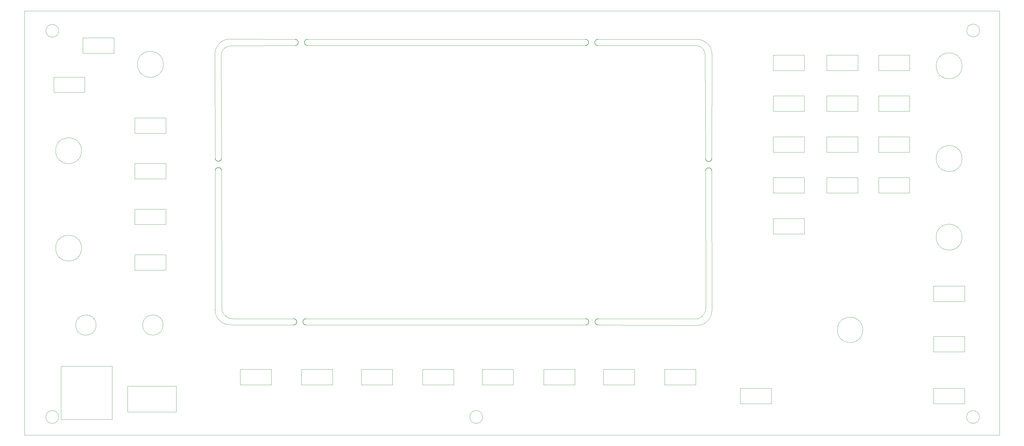
<source format=gm1>
G04 #@! TF.GenerationSoftware,KiCad,Pcbnew,(6.0.0)*
G04 #@! TF.CreationDate,2022-08-19T12:31:47+02:00*
G04 #@! TF.ProjectId,Block Schematic Munin 400,426c6f63-6b20-4536-9368-656d61746963,rev?*
G04 #@! TF.SameCoordinates,Original*
G04 #@! TF.FileFunction,Profile,NP*
%FSLAX46Y46*%
G04 Gerber Fmt 4.6, Leading zero omitted, Abs format (unit mm)*
G04 Created by KiCad (PCBNEW (6.0.0)) date 2022-08-19 12:31:47*
%MOMM*%
%LPD*%
G01*
G04 APERTURE LIST*
G04 #@! TA.AperFunction,Profile*
%ADD10C,0.100000*%
G04 #@! TD*
G04 #@! TA.AperFunction,Profile*
%ADD11C,0.150000*%
G04 #@! TD*
G04 #@! TA.AperFunction,Profile*
%ADD12C,0.120000*%
G04 #@! TD*
G04 APERTURE END LIST*
D10*
X100800000Y-125700000D02*
X81534000Y-125730000D01*
X229002739Y-127872726D02*
G75*
G03*
X233825597Y-123099078I48959J4773648D01*
G01*
X197600000Y-38800000D02*
X228854000Y-38803899D01*
X231800000Y-78700000D02*
X231902000Y-122174000D01*
X233881648Y-41652858D02*
G75*
G03*
X229108000Y-36830000I-4773648J48959D01*
G01*
X105300000Y-36800000D02*
X193600000Y-36800000D01*
X193600000Y-38800000D02*
X105300000Y-38800000D01*
X193700000Y-125700000D02*
X104800000Y-125700000D01*
X231648000Y-41910000D02*
X231654000Y-41603899D01*
X231800000Y-74700000D02*
X231648000Y-41910000D01*
X197700000Y-125700000D02*
X229362000Y-125730000D01*
X80973899Y-38862001D02*
G75*
G03*
X77724000Y-41662000I-2J-3286041D01*
G01*
X77900000Y-78600000D02*
X77978000Y-122936000D01*
X101300000Y-38800000D02*
X80973899Y-38862000D01*
X197600000Y-36800000D02*
X229108000Y-36830000D01*
X197700000Y-127700000D02*
X229002739Y-127872726D01*
X104800000Y-127700000D02*
X193700000Y-127700000D01*
X75900000Y-78600000D02*
X75835274Y-122830739D01*
X101300000Y-36800000D02*
X80623261Y-36719274D01*
X75835274Y-122830739D02*
G75*
G03*
X80608922Y-127653597I4773648J-48959D01*
G01*
X100800000Y-127700000D02*
X80608922Y-127653597D01*
X77978000Y-122936000D02*
G75*
G03*
X81534000Y-125730000I3555998J865907D01*
G01*
X229362000Y-125730000D02*
G75*
G03*
X231902000Y-122174000I-1022614J3415581D01*
G01*
X233800000Y-78700000D02*
X233825597Y-123099078D01*
X77900000Y-74600000D02*
X77724000Y-41662000D01*
X231654000Y-41603899D02*
G75*
G03*
X228854000Y-38803899I-2800000J0D01*
G01*
X233800000Y-74700000D02*
X233881648Y-41652858D01*
X75900000Y-74600000D02*
X75800403Y-41492922D01*
X80623261Y-36719274D02*
G75*
G03*
X75800403Y-41492922I-48959J-4773648D01*
G01*
D11*
X193700000Y-127700000D02*
G75*
G03*
X193700000Y-125700000I0J1000000D01*
G01*
X197700000Y-125700000D02*
G75*
G03*
X197700000Y-127700000I0J-1000000D01*
G01*
X233800000Y-78700000D02*
G75*
G03*
X231800000Y-78700000I-1000000J0D01*
G01*
X231800000Y-74700000D02*
G75*
G03*
X233800000Y-74700000I1000000J0D01*
G01*
D12*
X24520000Y-48810000D02*
X34420000Y-48810000D01*
X34420000Y-48810000D02*
X34420000Y-53710000D01*
X34420000Y-53710000D02*
X24520000Y-53710000D01*
X24520000Y-53710000D02*
X24520000Y-48810000D01*
X122320000Y-141810000D02*
X132220000Y-141810000D01*
X132220000Y-141810000D02*
X132220000Y-146710000D01*
X132220000Y-146710000D02*
X122320000Y-146710000D01*
X122320000Y-146710000D02*
X122320000Y-141810000D01*
X253320000Y-67810000D02*
X263220000Y-67810000D01*
X263220000Y-67810000D02*
X263220000Y-72710000D01*
X263220000Y-72710000D02*
X253320000Y-72710000D01*
X253320000Y-72710000D02*
X253320000Y-67810000D01*
X286820000Y-67810000D02*
X296720000Y-67810000D01*
X296720000Y-67810000D02*
X296720000Y-72710000D01*
X296720000Y-72710000D02*
X286820000Y-72710000D01*
X286820000Y-72710000D02*
X286820000Y-67810000D01*
X270320000Y-54810000D02*
X280220000Y-54810000D01*
X280220000Y-54810000D02*
X280220000Y-59710000D01*
X280220000Y-59710000D02*
X270320000Y-59710000D01*
X270320000Y-59710000D02*
X270320000Y-54810000D01*
X26870000Y-140760000D02*
X43120000Y-140760000D01*
X43120000Y-140760000D02*
X43120000Y-157760000D01*
X43120000Y-157760000D02*
X26870000Y-157760000D01*
X26870000Y-157760000D02*
X26870000Y-140760000D01*
X160820000Y-141810000D02*
X170720000Y-141810000D01*
X170720000Y-141810000D02*
X170720000Y-146710000D01*
X170720000Y-146710000D02*
X160820000Y-146710000D01*
X160820000Y-146710000D02*
X160820000Y-141810000D01*
X50320000Y-105310000D02*
X60220000Y-105310000D01*
X60220000Y-105310000D02*
X60220000Y-110210000D01*
X60220000Y-110210000D02*
X50320000Y-110210000D01*
X50320000Y-110210000D02*
X50320000Y-105310000D01*
X180320000Y-141810000D02*
X190220000Y-141810000D01*
X190220000Y-141810000D02*
X190220000Y-146710000D01*
X190220000Y-146710000D02*
X180320000Y-146710000D01*
X180320000Y-146710000D02*
X180320000Y-141810000D01*
X304320000Y-131310000D02*
X314220000Y-131310000D01*
X314220000Y-131310000D02*
X314220000Y-136210000D01*
X314220000Y-136210000D02*
X304320000Y-136210000D01*
X304320000Y-136210000D02*
X304320000Y-131310000D01*
X304320000Y-115310000D02*
X314220000Y-115310000D01*
X314220000Y-115310000D02*
X314220000Y-120210000D01*
X314220000Y-120210000D02*
X304320000Y-120210000D01*
X304320000Y-120210000D02*
X304320000Y-115310000D01*
X50320000Y-76310000D02*
X60220000Y-76310000D01*
X60220000Y-76310000D02*
X60220000Y-81210000D01*
X60220000Y-81210000D02*
X50320000Y-81210000D01*
X50320000Y-81210000D02*
X50320000Y-76310000D01*
X304320000Y-147810000D02*
X314220000Y-147810000D01*
X314220000Y-147810000D02*
X314220000Y-152710000D01*
X314220000Y-152710000D02*
X304320000Y-152710000D01*
X304320000Y-152710000D02*
X304320000Y-147810000D01*
X141820000Y-141810000D02*
X151720000Y-141810000D01*
X151720000Y-141810000D02*
X151720000Y-146710000D01*
X151720000Y-146710000D02*
X141820000Y-146710000D01*
X141820000Y-146710000D02*
X141820000Y-141810000D01*
X33820000Y-36310000D02*
X43720000Y-36310000D01*
X43720000Y-36310000D02*
X43720000Y-41210000D01*
X43720000Y-41210000D02*
X33820000Y-41210000D01*
X33820000Y-41210000D02*
X33820000Y-36310000D01*
X286820000Y-41810000D02*
X296720000Y-41810000D01*
X296720000Y-41810000D02*
X296720000Y-46710000D01*
X296720000Y-46710000D02*
X286820000Y-46710000D01*
X286820000Y-46710000D02*
X286820000Y-41810000D01*
X242820000Y-147810000D02*
X252720000Y-147810000D01*
X252720000Y-147810000D02*
X252720000Y-152710000D01*
X252720000Y-152710000D02*
X242820000Y-152710000D01*
X242820000Y-152710000D02*
X242820000Y-147810000D01*
X253320000Y-41810000D02*
X263220000Y-41810000D01*
X263220000Y-41810000D02*
X263220000Y-46710000D01*
X263220000Y-46710000D02*
X253320000Y-46710000D01*
X253320000Y-46710000D02*
X253320000Y-41810000D01*
X286820000Y-80810000D02*
X296720000Y-80810000D01*
X296720000Y-80810000D02*
X296720000Y-85710000D01*
X296720000Y-85710000D02*
X286820000Y-85710000D01*
X286820000Y-85710000D02*
X286820000Y-80810000D01*
X253320000Y-80810000D02*
X263220000Y-80810000D01*
X263220000Y-80810000D02*
X263220000Y-85710000D01*
X263220000Y-85710000D02*
X253320000Y-85710000D01*
X253320000Y-85710000D02*
X253320000Y-80810000D01*
X83820000Y-141810000D02*
X93720000Y-141810000D01*
X93720000Y-141810000D02*
X93720000Y-146710000D01*
X93720000Y-146710000D02*
X83820000Y-146710000D01*
X83820000Y-146710000D02*
X83820000Y-141810000D01*
X48020000Y-147160000D02*
X63520000Y-147160000D01*
X63520000Y-147160000D02*
X63520000Y-155360000D01*
X63520000Y-155360000D02*
X48020000Y-155360000D01*
X48020000Y-155360000D02*
X48020000Y-147160000D01*
X103320000Y-141810000D02*
X113220000Y-141810000D01*
X113220000Y-141810000D02*
X113220000Y-146710000D01*
X113220000Y-146710000D02*
X103320000Y-146710000D01*
X103320000Y-146710000D02*
X103320000Y-141810000D01*
X270320000Y-67810000D02*
X280220000Y-67810000D01*
X280220000Y-67810000D02*
X280220000Y-72710000D01*
X280220000Y-72710000D02*
X270320000Y-72710000D01*
X270320000Y-72710000D02*
X270320000Y-67810000D01*
X253320000Y-54810000D02*
X263220000Y-54810000D01*
X263220000Y-54810000D02*
X263220000Y-59710000D01*
X263220000Y-59710000D02*
X253320000Y-59710000D01*
X253320000Y-59710000D02*
X253320000Y-54810000D01*
X270320000Y-41810000D02*
X280220000Y-41810000D01*
X280220000Y-41810000D02*
X280220000Y-46710000D01*
X280220000Y-46710000D02*
X270320000Y-46710000D01*
X270320000Y-46710000D02*
X270320000Y-41810000D01*
X50320000Y-90810000D02*
X60220000Y-90810000D01*
X60220000Y-90810000D02*
X60220000Y-95710000D01*
X60220000Y-95710000D02*
X50320000Y-95710000D01*
X50320000Y-95710000D02*
X50320000Y-90810000D01*
X50320000Y-61810000D02*
X60220000Y-61810000D01*
X60220000Y-61810000D02*
X60220000Y-66710000D01*
X60220000Y-66710000D02*
X50320000Y-66710000D01*
X50320000Y-66710000D02*
X50320000Y-61810000D01*
X286820000Y-54810000D02*
X296720000Y-54810000D01*
X296720000Y-54810000D02*
X296720000Y-59710000D01*
X296720000Y-59710000D02*
X286820000Y-59710000D01*
X286820000Y-59710000D02*
X286820000Y-54810000D01*
X15270000Y-27760000D02*
X325270000Y-27760000D01*
X325270000Y-27760000D02*
X325270000Y-162760000D01*
X325270000Y-162760000D02*
X15270000Y-162760000D01*
X15270000Y-162760000D02*
X15270000Y-27760000D01*
X199320000Y-141810000D02*
X209220000Y-141810000D01*
X209220000Y-141810000D02*
X209220000Y-146710000D01*
X209220000Y-146710000D02*
X199320000Y-146710000D01*
X199320000Y-146710000D02*
X199320000Y-141810000D01*
X218820000Y-141810000D02*
X228720000Y-141810000D01*
X228720000Y-141810000D02*
X228720000Y-146710000D01*
X228720000Y-146710000D02*
X218820000Y-146710000D01*
X218820000Y-146710000D02*
X218820000Y-141810000D01*
X253320000Y-93810000D02*
X263220000Y-93810000D01*
X263220000Y-93810000D02*
X263220000Y-98710000D01*
X263220000Y-98710000D02*
X253320000Y-98710000D01*
X253320000Y-98710000D02*
X253320000Y-93810000D01*
X270320000Y-80810000D02*
X280220000Y-80810000D01*
X280220000Y-80810000D02*
X280220000Y-85710000D01*
X280220000Y-85710000D02*
X270320000Y-85710000D01*
X270320000Y-85710000D02*
X270320000Y-80810000D01*
X59384000Y-44760000D02*
G75*
G03*
X59384000Y-44760000I-4114000J0D01*
G01*
X33384000Y-103246000D02*
G75*
G03*
X33384000Y-103246000I-4114000J0D01*
G01*
X318912670Y-156960000D02*
G75*
G03*
X318912670Y-156960000I-2042670J0D01*
G01*
X160920001Y-156960000D02*
G75*
G03*
X160920001Y-156960000I-2042670J0D01*
G01*
X26120001Y-34110000D02*
G75*
G03*
X26120001Y-34110000I-2042670J0D01*
G01*
X313384000Y-99746000D02*
G75*
G03*
X313384000Y-99746000I-4114000J0D01*
G01*
X33384000Y-72246000D02*
G75*
G03*
X33384000Y-72246000I-4114000J0D01*
G01*
X26120001Y-156960000D02*
G75*
G03*
X26120001Y-156960000I-2042670J0D01*
G01*
X59301486Y-127710000D02*
G75*
G03*
X59301486Y-127710000I-3231486J0D01*
G01*
X313384000Y-74746000D02*
G75*
G03*
X313384000Y-74746000I-4114000J0D01*
G01*
X313384000Y-45246000D02*
G75*
G03*
X313384000Y-45246000I-4114000J0D01*
G01*
X281807635Y-129260000D02*
G75*
G03*
X281807635Y-129260000I-4037635J0D01*
G01*
X318970001Y-34010000D02*
G75*
G03*
X318970001Y-34010000I-2042670J0D01*
G01*
X38001486Y-127728515D02*
G75*
G03*
X38001486Y-127728515I-3231486J0D01*
G01*
D11*
X77900000Y-78600000D02*
G75*
G03*
X75900000Y-78600000I-1000000J0D01*
G01*
X75900000Y-74600000D02*
G75*
G03*
X77900000Y-74600000I1000000J0D01*
G01*
X101300000Y-38800000D02*
G75*
G03*
X101300000Y-36800000I0J1000000D01*
G01*
X105300000Y-36800000D02*
G75*
G03*
X105300000Y-38800000I0J-1000000D01*
G01*
X193600000Y-38800000D02*
G75*
G03*
X193600000Y-36800000I0J1000000D01*
G01*
X197600000Y-36800000D02*
G75*
G03*
X197600000Y-38800000I0J-1000000D01*
G01*
X104800000Y-125700000D02*
G75*
G03*
X104800000Y-127700000I0J-1000000D01*
G01*
X100800000Y-127700000D02*
G75*
G03*
X100800000Y-125700000I0J1000000D01*
G01*
M02*

</source>
